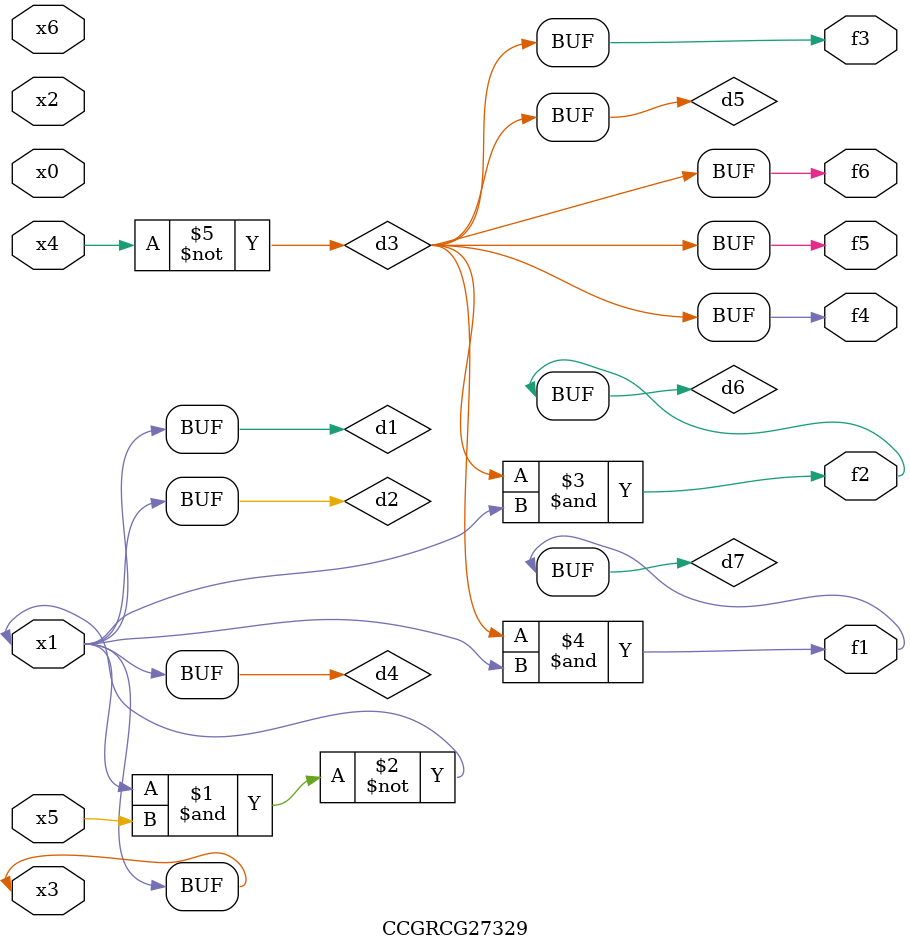
<source format=v>
module CCGRCG27329(
	input x0, x1, x2, x3, x4, x5, x6,
	output f1, f2, f3, f4, f5, f6
);

	wire d1, d2, d3, d4, d5, d6, d7;

	buf (d1, x1, x3);
	nand (d2, x1, x5);
	not (d3, x4);
	buf (d4, d1, d2);
	buf (d5, d3);
	and (d6, d3, d4);
	and (d7, d3, d4);
	assign f1 = d7;
	assign f2 = d6;
	assign f3 = d5;
	assign f4 = d5;
	assign f5 = d5;
	assign f6 = d5;
endmodule

</source>
